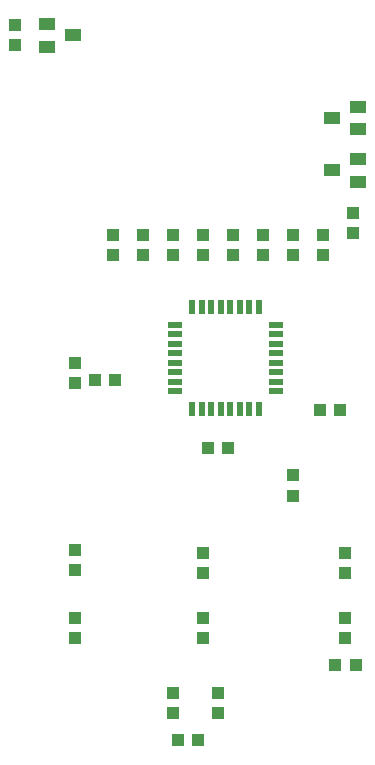
<source format=gtp>
G75*
%MOIN*%
%OFA0B0*%
%FSLAX25Y25*%
%IPPOS*%
%LPD*%
%AMOC8*
5,1,8,0,0,1.08239X$1,22.5*
%
%ADD10R,0.05512X0.03937*%
%ADD11R,0.04331X0.03937*%
%ADD12R,0.03937X0.04331*%
%ADD13R,0.04134X0.04252*%
%ADD14R,0.04252X0.04134*%
%ADD15R,0.02200X0.05000*%
%ADD16R,0.05000X0.02200*%
D10*
X0129969Y0196800D03*
X0138631Y0193060D03*
X0138631Y0200540D03*
X0138631Y0210560D03*
X0138631Y0218040D03*
X0129969Y0214300D03*
X0043631Y0241800D03*
X0034969Y0238060D03*
X0034969Y0245540D03*
D11*
X0044300Y0040954D03*
X0044300Y0047646D03*
X0044300Y0063454D03*
X0044300Y0070146D03*
X0044300Y0125954D03*
X0044300Y0132646D03*
X0056800Y0168454D03*
X0056800Y0175146D03*
X0066800Y0175146D03*
X0066800Y0168454D03*
X0076800Y0168454D03*
X0076800Y0175146D03*
X0086800Y0175146D03*
X0086800Y0168454D03*
X0096800Y0168454D03*
X0096800Y0175146D03*
X0106800Y0175146D03*
X0106800Y0168454D03*
X0116800Y0168454D03*
X0116800Y0175146D03*
X0126800Y0175146D03*
X0126800Y0168454D03*
X0136800Y0175954D03*
X0136800Y0182646D03*
X0134300Y0069146D03*
X0134300Y0062454D03*
X0134300Y0047646D03*
X0134300Y0040954D03*
X0091800Y0022646D03*
X0091800Y0015954D03*
X0076800Y0015954D03*
X0076800Y0022646D03*
X0086800Y0040954D03*
X0086800Y0047646D03*
X0086800Y0062454D03*
X0086800Y0069146D03*
X0024300Y0238454D03*
X0024300Y0245146D03*
D12*
X0050954Y0126800D03*
X0057646Y0126800D03*
X0125954Y0116800D03*
X0132646Y0116800D03*
D13*
X0095245Y0104300D03*
X0088355Y0104300D03*
X0130855Y0031800D03*
X0137745Y0031800D03*
X0085245Y0006800D03*
X0078355Y0006800D03*
D14*
X0116800Y0088355D03*
X0116800Y0095245D03*
D15*
X0105324Y0117400D03*
X0102174Y0117400D03*
X0099024Y0117400D03*
X0095875Y0117400D03*
X0092725Y0117400D03*
X0089576Y0117400D03*
X0086426Y0117400D03*
X0083276Y0117400D03*
X0083276Y0151200D03*
X0086426Y0151200D03*
X0089576Y0151200D03*
X0092725Y0151200D03*
X0095875Y0151200D03*
X0099024Y0151200D03*
X0102174Y0151200D03*
X0105324Y0151200D03*
D16*
X0111200Y0145324D03*
X0111200Y0142174D03*
X0111200Y0139024D03*
X0111200Y0135875D03*
X0111200Y0132725D03*
X0111200Y0129576D03*
X0111200Y0126426D03*
X0111200Y0123276D03*
X0077400Y0123276D03*
X0077400Y0126426D03*
X0077400Y0129576D03*
X0077400Y0132725D03*
X0077400Y0135875D03*
X0077400Y0139024D03*
X0077400Y0142174D03*
X0077400Y0145324D03*
M02*

</source>
